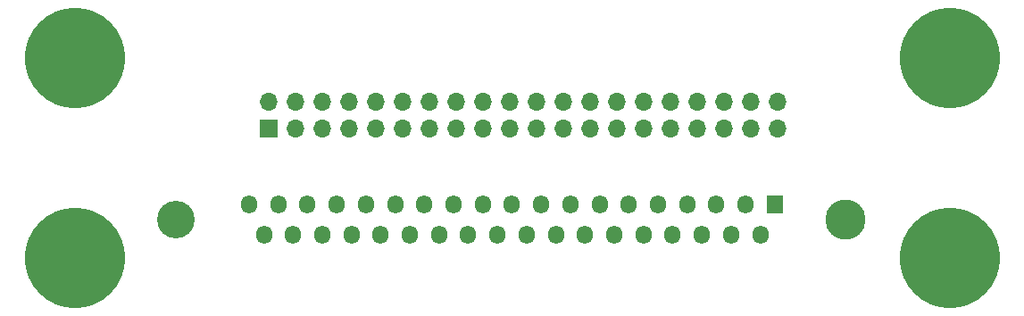
<source format=gbr>
%TF.GenerationSoftware,KiCad,Pcbnew,(6.0.1)*%
%TF.CreationDate,2022-06-22T13:41:02-04:00*%
%TF.ProjectId,DB37RIBBONADAPTER,44423337-5249-4424-924f-4e4144415054,X1*%
%TF.SameCoordinates,Original*%
%TF.FileFunction,Copper,L2,Bot*%
%TF.FilePolarity,Positive*%
%FSLAX46Y46*%
G04 Gerber Fmt 4.6, Leading zero omitted, Abs format (unit mm)*
G04 Created by KiCad (PCBNEW (6.0.1)) date 2022-06-22 13:41:02*
%MOMM*%
%LPD*%
G01*
G04 APERTURE LIST*
%TA.AperFunction,ComponentPad*%
%ADD10R,1.520000X1.750000*%
%TD*%
%TA.AperFunction,ComponentPad*%
%ADD11O,1.520000X1.750000*%
%TD*%
%TA.AperFunction,ComponentPad*%
%ADD12C,3.556000*%
%TD*%
%TA.AperFunction,ComponentPad*%
%ADD13C,3.810000*%
%TD*%
%TA.AperFunction,ComponentPad*%
%ADD14R,1.700000X1.700000*%
%TD*%
%TA.AperFunction,ComponentPad*%
%ADD15O,1.700000X1.700000*%
%TD*%
%TA.AperFunction,ComponentPad*%
%ADD16C,9.525000*%
%TD*%
G04 APERTURE END LIST*
D10*
%TO.P,J1,1*%
%TO.N,Net-(J1-Pad1)*%
X72390000Y-19932000D03*
D11*
%TO.P,J1,2*%
%TO.N,Net-(J1-Pad2)*%
X69620000Y-19932000D03*
%TO.P,J1,3*%
%TO.N,Net-(J1-Pad3)*%
X66850000Y-19932000D03*
%TO.P,J1,4*%
%TO.N,Net-(J1-Pad4)*%
X64080000Y-19932000D03*
%TO.P,J1,5*%
%TO.N,Net-(J1-Pad5)*%
X61320000Y-19932000D03*
%TO.P,J1,6*%
%TO.N,Net-(J1-Pad6)*%
X58550000Y-19932000D03*
%TO.P,J1,7*%
%TO.N,Net-(J1-Pad7)*%
X55780000Y-19932000D03*
%TO.P,J1,8*%
%TO.N,Net-(J1-Pad8)*%
X53010000Y-19932000D03*
%TO.P,J1,9*%
%TO.N,Net-(J1-Pad9)*%
X50240000Y-19932000D03*
%TO.P,J1,10*%
%TO.N,Net-(J1-Pad10)*%
X47470000Y-19932000D03*
%TO.P,J1,11*%
%TO.N,Net-(J1-Pad11)*%
X44700000Y-19932000D03*
%TO.P,J1,12*%
%TO.N,Net-(J1-Pad12)*%
X41940000Y-19932000D03*
%TO.P,J1,13*%
%TO.N,Net-(J1-Pad13)*%
X39170000Y-19932000D03*
%TO.P,J1,14*%
%TO.N,Net-(J1-Pad14)*%
X36400000Y-19932000D03*
%TO.P,J1,15*%
%TO.N,Net-(J1-Pad15)*%
X33630000Y-19932000D03*
%TO.P,J1,16*%
%TO.N,Net-(J1-Pad16)*%
X30860000Y-19932000D03*
%TO.P,J1,17*%
%TO.N,Net-(J1-Pad17)*%
X28090000Y-19932000D03*
%TO.P,J1,18*%
%TO.N,Net-(J1-Pad18)*%
X25320000Y-19932000D03*
%TO.P,J1,19*%
%TO.N,Net-(J1-Pad19)*%
X22560000Y-19932000D03*
%TO.P,J1,20*%
%TO.N,Net-(J1-Pad20)*%
X71020000Y-22772000D03*
%TO.P,J1,21*%
%TO.N,Net-(J1-Pad21)*%
X68250000Y-22772000D03*
%TO.P,J1,22*%
%TO.N,Net-(J1-Pad22)*%
X65480000Y-22772000D03*
%TO.P,J1,23*%
%TO.N,Net-(J1-Pad23)*%
X62710000Y-22772000D03*
%TO.P,J1,24*%
%TO.N,Net-(J1-Pad24)*%
X59940000Y-22772000D03*
%TO.P,J1,25*%
%TO.N,Net-(J1-Pad25)*%
X57180000Y-22772000D03*
%TO.P,J1,26*%
%TO.N,Net-(J1-Pad26)*%
X54410000Y-22772000D03*
%TO.P,J1,27*%
%TO.N,Net-(J1-Pad27)*%
X51640000Y-22772000D03*
%TO.P,J1,28*%
%TO.N,Net-(J1-Pad28)*%
X48870000Y-22772000D03*
%TO.P,J1,29*%
%TO.N,Net-(J1-Pad29)*%
X46100000Y-22772000D03*
%TO.P,J1,30*%
%TO.N,Net-(J1-Pad30)*%
X43330000Y-22772000D03*
%TO.P,J1,31*%
%TO.N,Net-(J1-Pad31)*%
X40560000Y-22772000D03*
%TO.P,J1,32*%
%TO.N,Net-(J1-Pad32)*%
X37800000Y-22772000D03*
%TO.P,J1,33*%
%TO.N,Net-(J1-Pad33)*%
X35030000Y-22772000D03*
%TO.P,J1,34*%
%TO.N,Net-(J1-Pad34)*%
X32260000Y-22772000D03*
%TO.P,J1,35*%
%TO.N,Net-(J1-Pad35)*%
X29490000Y-22772000D03*
%TO.P,J1,36*%
%TO.N,Net-(J1-Pad36)*%
X26720000Y-22772000D03*
%TO.P,J1,37*%
%TO.N,Net-(J1-Pad37)*%
X23950000Y-22772000D03*
D12*
%TO.P,J1,?*%
%TO.N,N/C*%
X15600000Y-21352000D03*
D13*
X79100000Y-21352000D03*
%TD*%
D14*
%TO.P,P1,1*%
%TO.N,Net-(J1-Pad19)*%
X24384000Y-12700000D03*
D15*
%TO.P,P1,2*%
%TO.N,Net-(J1-Pad37)*%
X24384000Y-10160000D03*
%TO.P,P1,3*%
%TO.N,Net-(J1-Pad18)*%
X26924000Y-12700000D03*
%TO.P,P1,4*%
%TO.N,Net-(J1-Pad36)*%
X26924000Y-10160000D03*
%TO.P,P1,5*%
%TO.N,Net-(J1-Pad17)*%
X29464000Y-12700000D03*
%TO.P,P1,6*%
%TO.N,Net-(J1-Pad35)*%
X29464000Y-10160000D03*
%TO.P,P1,7*%
%TO.N,Net-(J1-Pad16)*%
X32004000Y-12700000D03*
%TO.P,P1,8*%
%TO.N,Net-(J1-Pad34)*%
X32004000Y-10160000D03*
%TO.P,P1,9*%
%TO.N,Net-(J1-Pad15)*%
X34544000Y-12700000D03*
%TO.P,P1,10*%
%TO.N,Net-(J1-Pad33)*%
X34544000Y-10160000D03*
%TO.P,P1,11*%
%TO.N,Net-(J1-Pad14)*%
X37084000Y-12700000D03*
%TO.P,P1,12*%
%TO.N,Net-(J1-Pad32)*%
X37084000Y-10160000D03*
%TO.P,P1,13*%
%TO.N,Net-(J1-Pad13)*%
X39624000Y-12700000D03*
%TO.P,P1,14*%
%TO.N,Net-(J1-Pad31)*%
X39624000Y-10160000D03*
%TO.P,P1,15*%
%TO.N,Net-(J1-Pad12)*%
X42164000Y-12700000D03*
%TO.P,P1,16*%
%TO.N,Net-(J1-Pad30)*%
X42164000Y-10160000D03*
%TO.P,P1,17*%
%TO.N,Net-(J1-Pad11)*%
X44704000Y-12700000D03*
%TO.P,P1,18*%
%TO.N,Net-(J1-Pad29)*%
X44704000Y-10160000D03*
%TO.P,P1,19*%
%TO.N,Net-(J1-Pad10)*%
X47244000Y-12700000D03*
%TO.P,P1,20*%
%TO.N,Net-(J1-Pad28)*%
X47244000Y-10160000D03*
%TO.P,P1,21*%
%TO.N,Net-(J1-Pad9)*%
X49784000Y-12700000D03*
%TO.P,P1,22*%
%TO.N,Net-(J1-Pad27)*%
X49784000Y-10160000D03*
%TO.P,P1,23*%
%TO.N,Net-(J1-Pad8)*%
X52324000Y-12700000D03*
%TO.P,P1,24*%
%TO.N,Net-(J1-Pad26)*%
X52324000Y-10160000D03*
%TO.P,P1,25*%
%TO.N,Net-(J1-Pad7)*%
X54864000Y-12700000D03*
%TO.P,P1,26*%
%TO.N,Net-(J1-Pad25)*%
X54864000Y-10160000D03*
%TO.P,P1,27*%
%TO.N,Net-(J1-Pad6)*%
X57404000Y-12700000D03*
%TO.P,P1,28*%
%TO.N,Net-(J1-Pad24)*%
X57404000Y-10160000D03*
%TO.P,P1,29*%
%TO.N,Net-(J1-Pad5)*%
X59944000Y-12700000D03*
%TO.P,P1,30*%
%TO.N,Net-(J1-Pad23)*%
X59944000Y-10160000D03*
%TO.P,P1,31*%
%TO.N,Net-(J1-Pad4)*%
X62484000Y-12700000D03*
%TO.P,P1,32*%
%TO.N,Net-(J1-Pad22)*%
X62484000Y-10160000D03*
%TO.P,P1,33*%
%TO.N,Net-(J1-Pad3)*%
X65024000Y-12700000D03*
%TO.P,P1,34*%
%TO.N,Net-(J1-Pad21)*%
X65024000Y-10160000D03*
%TO.P,P1,35*%
%TO.N,Net-(J1-Pad2)*%
X67564000Y-12700000D03*
%TO.P,P1,36*%
%TO.N,Net-(J1-Pad20)*%
X67564000Y-10160000D03*
%TO.P,P1,37*%
%TO.N,Net-(J1-Pad1)*%
X70104000Y-12700000D03*
%TO.P,P1,38*%
%TO.N,N/C*%
X70104000Y-10160000D03*
%TO.P,P1,39*%
X72644000Y-12700000D03*
%TO.P,P1,40*%
X72644000Y-10160000D03*
%TD*%
D16*
%TO.P,MTG1,1*%
%TO.N,N/C*%
X89000000Y-6000000D03*
%TD*%
%TO.P,MTG2,1*%
%TO.N,N/C*%
X6000000Y-6000000D03*
%TD*%
%TO.P,MTG3,1*%
%TO.N,N/C*%
X6000000Y-25000000D03*
%TD*%
%TO.P,MTG?1,1*%
%TO.N,N/C*%
X89000000Y-25000000D03*
%TD*%
M02*

</source>
